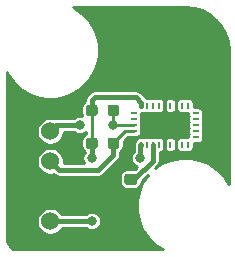
<source format=gbr>
G04 #@! TF.GenerationSoftware,KiCad,Pcbnew,(5.1.4)-1*
G04 #@! TF.CreationDate,2020-11-28T02:07:29-06:00*
G04 #@! TF.ProjectId,NO_Sensor_Breakout,4e4f5f53-656e-4736-9f72-5f427265616b,rev?*
G04 #@! TF.SameCoordinates,Original*
G04 #@! TF.FileFunction,Copper,L1,Top*
G04 #@! TF.FilePolarity,Positive*
%FSLAX46Y46*%
G04 Gerber Fmt 4.6, Leading zero omitted, Abs format (unit mm)*
G04 Created by KiCad (PCBNEW (5.1.4)-1) date 2020-11-28 02:07:29*
%MOMM*%
%LPD*%
G04 APERTURE LIST*
%ADD10R,0.200000X0.500000*%
%ADD11R,0.500000X0.200000*%
%ADD12C,0.700000*%
%ADD13R,1.190000X1.690000*%
%ADD14R,2.050000X1.690000*%
%ADD15C,0.100000*%
%ADD16C,0.950000*%
%ADD17C,1.524000*%
%ADD18C,0.800000*%
%ADD19C,0.381000*%
%ADD20C,0.254000*%
G04 APERTURE END LIST*
D10*
X170218100Y-81140300D03*
X169722800Y-81140300D03*
X169227500Y-81140300D03*
X172694600Y-81140300D03*
X172199300Y-81140300D03*
X173189900Y-81140300D03*
X171704000Y-81140300D03*
X170713400Y-81140300D03*
X171208700Y-81140300D03*
X173189900Y-84442300D03*
X172199300Y-84442300D03*
X172694600Y-84442300D03*
X171704000Y-84442300D03*
X171208700Y-84442300D03*
X170713400Y-84442300D03*
X170218100Y-84442300D03*
D11*
X168605200Y-83820000D03*
X173863000Y-83820000D03*
X173863000Y-83312000D03*
X173863000Y-82804000D03*
X173863000Y-82296000D03*
X173863000Y-81788000D03*
D10*
X169722800Y-84442300D03*
X169227500Y-84442300D03*
D11*
X168605200Y-81788000D03*
X168605200Y-82296000D03*
X168605200Y-82804000D03*
X168605200Y-83312000D03*
D12*
X169926000Y-82423000D03*
X169926000Y-83185000D03*
X170942000Y-83185000D03*
X170942000Y-82423000D03*
X172466000Y-83185000D03*
X172466000Y-82423000D03*
D13*
X172466000Y-82804000D03*
D14*
X170434000Y-82804000D03*
D15*
G36*
X167151279Y-81060144D02*
G01*
X167174334Y-81063563D01*
X167196943Y-81069227D01*
X167218887Y-81077079D01*
X167239957Y-81087044D01*
X167259948Y-81099026D01*
X167278668Y-81112910D01*
X167295938Y-81128562D01*
X167311590Y-81145832D01*
X167325474Y-81164552D01*
X167337456Y-81184543D01*
X167347421Y-81205613D01*
X167355273Y-81227557D01*
X167360937Y-81250166D01*
X167364356Y-81273221D01*
X167365500Y-81296500D01*
X167365500Y-81771500D01*
X167364356Y-81794779D01*
X167360937Y-81817834D01*
X167355273Y-81840443D01*
X167347421Y-81862387D01*
X167337456Y-81883457D01*
X167325474Y-81903448D01*
X167311590Y-81922168D01*
X167295938Y-81939438D01*
X167278668Y-81955090D01*
X167259948Y-81968974D01*
X167239957Y-81980956D01*
X167218887Y-81990921D01*
X167196943Y-81998773D01*
X167174334Y-82004437D01*
X167151279Y-82007856D01*
X167128000Y-82009000D01*
X166628000Y-82009000D01*
X166604721Y-82007856D01*
X166581666Y-82004437D01*
X166559057Y-81998773D01*
X166537113Y-81990921D01*
X166516043Y-81980956D01*
X166496052Y-81968974D01*
X166477332Y-81955090D01*
X166460062Y-81939438D01*
X166444410Y-81922168D01*
X166430526Y-81903448D01*
X166418544Y-81883457D01*
X166408579Y-81862387D01*
X166400727Y-81840443D01*
X166395063Y-81817834D01*
X166391644Y-81794779D01*
X166390500Y-81771500D01*
X166390500Y-81296500D01*
X166391644Y-81273221D01*
X166395063Y-81250166D01*
X166400727Y-81227557D01*
X166408579Y-81205613D01*
X166418544Y-81184543D01*
X166430526Y-81164552D01*
X166444410Y-81145832D01*
X166460062Y-81128562D01*
X166477332Y-81112910D01*
X166496052Y-81099026D01*
X166516043Y-81087044D01*
X166537113Y-81077079D01*
X166559057Y-81069227D01*
X166581666Y-81063563D01*
X166604721Y-81060144D01*
X166628000Y-81059000D01*
X167128000Y-81059000D01*
X167151279Y-81060144D01*
X167151279Y-81060144D01*
G37*
D16*
X166878000Y-81534000D03*
D15*
G36*
X165326279Y-81060144D02*
G01*
X165349334Y-81063563D01*
X165371943Y-81069227D01*
X165393887Y-81077079D01*
X165414957Y-81087044D01*
X165434948Y-81099026D01*
X165453668Y-81112910D01*
X165470938Y-81128562D01*
X165486590Y-81145832D01*
X165500474Y-81164552D01*
X165512456Y-81184543D01*
X165522421Y-81205613D01*
X165530273Y-81227557D01*
X165535937Y-81250166D01*
X165539356Y-81273221D01*
X165540500Y-81296500D01*
X165540500Y-81771500D01*
X165539356Y-81794779D01*
X165535937Y-81817834D01*
X165530273Y-81840443D01*
X165522421Y-81862387D01*
X165512456Y-81883457D01*
X165500474Y-81903448D01*
X165486590Y-81922168D01*
X165470938Y-81939438D01*
X165453668Y-81955090D01*
X165434948Y-81968974D01*
X165414957Y-81980956D01*
X165393887Y-81990921D01*
X165371943Y-81998773D01*
X165349334Y-82004437D01*
X165326279Y-82007856D01*
X165303000Y-82009000D01*
X164803000Y-82009000D01*
X164779721Y-82007856D01*
X164756666Y-82004437D01*
X164734057Y-81998773D01*
X164712113Y-81990921D01*
X164691043Y-81980956D01*
X164671052Y-81968974D01*
X164652332Y-81955090D01*
X164635062Y-81939438D01*
X164619410Y-81922168D01*
X164605526Y-81903448D01*
X164593544Y-81883457D01*
X164583579Y-81862387D01*
X164575727Y-81840443D01*
X164570063Y-81817834D01*
X164566644Y-81794779D01*
X164565500Y-81771500D01*
X164565500Y-81296500D01*
X164566644Y-81273221D01*
X164570063Y-81250166D01*
X164575727Y-81227557D01*
X164583579Y-81205613D01*
X164593544Y-81184543D01*
X164605526Y-81164552D01*
X164619410Y-81145832D01*
X164635062Y-81128562D01*
X164652332Y-81112910D01*
X164671052Y-81099026D01*
X164691043Y-81087044D01*
X164712113Y-81077079D01*
X164734057Y-81069227D01*
X164756666Y-81063563D01*
X164779721Y-81060144D01*
X164803000Y-81059000D01*
X165303000Y-81059000D01*
X165326279Y-81060144D01*
X165326279Y-81060144D01*
G37*
D16*
X165053000Y-81534000D03*
D15*
G36*
X167151279Y-83854144D02*
G01*
X167174334Y-83857563D01*
X167196943Y-83863227D01*
X167218887Y-83871079D01*
X167239957Y-83881044D01*
X167259948Y-83893026D01*
X167278668Y-83906910D01*
X167295938Y-83922562D01*
X167311590Y-83939832D01*
X167325474Y-83958552D01*
X167337456Y-83978543D01*
X167347421Y-83999613D01*
X167355273Y-84021557D01*
X167360937Y-84044166D01*
X167364356Y-84067221D01*
X167365500Y-84090500D01*
X167365500Y-84565500D01*
X167364356Y-84588779D01*
X167360937Y-84611834D01*
X167355273Y-84634443D01*
X167347421Y-84656387D01*
X167337456Y-84677457D01*
X167325474Y-84697448D01*
X167311590Y-84716168D01*
X167295938Y-84733438D01*
X167278668Y-84749090D01*
X167259948Y-84762974D01*
X167239957Y-84774956D01*
X167218887Y-84784921D01*
X167196943Y-84792773D01*
X167174334Y-84798437D01*
X167151279Y-84801856D01*
X167128000Y-84803000D01*
X166628000Y-84803000D01*
X166604721Y-84801856D01*
X166581666Y-84798437D01*
X166559057Y-84792773D01*
X166537113Y-84784921D01*
X166516043Y-84774956D01*
X166496052Y-84762974D01*
X166477332Y-84749090D01*
X166460062Y-84733438D01*
X166444410Y-84716168D01*
X166430526Y-84697448D01*
X166418544Y-84677457D01*
X166408579Y-84656387D01*
X166400727Y-84634443D01*
X166395063Y-84611834D01*
X166391644Y-84588779D01*
X166390500Y-84565500D01*
X166390500Y-84090500D01*
X166391644Y-84067221D01*
X166395063Y-84044166D01*
X166400727Y-84021557D01*
X166408579Y-83999613D01*
X166418544Y-83978543D01*
X166430526Y-83958552D01*
X166444410Y-83939832D01*
X166460062Y-83922562D01*
X166477332Y-83906910D01*
X166496052Y-83893026D01*
X166516043Y-83881044D01*
X166537113Y-83871079D01*
X166559057Y-83863227D01*
X166581666Y-83857563D01*
X166604721Y-83854144D01*
X166628000Y-83853000D01*
X167128000Y-83853000D01*
X167151279Y-83854144D01*
X167151279Y-83854144D01*
G37*
D16*
X166878000Y-84328000D03*
D15*
G36*
X165326279Y-83854144D02*
G01*
X165349334Y-83857563D01*
X165371943Y-83863227D01*
X165393887Y-83871079D01*
X165414957Y-83881044D01*
X165434948Y-83893026D01*
X165453668Y-83906910D01*
X165470938Y-83922562D01*
X165486590Y-83939832D01*
X165500474Y-83958552D01*
X165512456Y-83978543D01*
X165522421Y-83999613D01*
X165530273Y-84021557D01*
X165535937Y-84044166D01*
X165539356Y-84067221D01*
X165540500Y-84090500D01*
X165540500Y-84565500D01*
X165539356Y-84588779D01*
X165535937Y-84611834D01*
X165530273Y-84634443D01*
X165522421Y-84656387D01*
X165512456Y-84677457D01*
X165500474Y-84697448D01*
X165486590Y-84716168D01*
X165470938Y-84733438D01*
X165453668Y-84749090D01*
X165434948Y-84762974D01*
X165414957Y-84774956D01*
X165393887Y-84784921D01*
X165371943Y-84792773D01*
X165349334Y-84798437D01*
X165326279Y-84801856D01*
X165303000Y-84803000D01*
X164803000Y-84803000D01*
X164779721Y-84801856D01*
X164756666Y-84798437D01*
X164734057Y-84792773D01*
X164712113Y-84784921D01*
X164691043Y-84774956D01*
X164671052Y-84762974D01*
X164652332Y-84749090D01*
X164635062Y-84733438D01*
X164619410Y-84716168D01*
X164605526Y-84697448D01*
X164593544Y-84677457D01*
X164583579Y-84656387D01*
X164575727Y-84634443D01*
X164570063Y-84611834D01*
X164566644Y-84588779D01*
X164565500Y-84565500D01*
X164565500Y-84090500D01*
X164566644Y-84067221D01*
X164570063Y-84044166D01*
X164575727Y-84021557D01*
X164583579Y-83999613D01*
X164593544Y-83978543D01*
X164605526Y-83958552D01*
X164619410Y-83939832D01*
X164635062Y-83922562D01*
X164652332Y-83906910D01*
X164671052Y-83893026D01*
X164691043Y-83881044D01*
X164712113Y-83871079D01*
X164734057Y-83863227D01*
X164756666Y-83857563D01*
X164779721Y-83854144D01*
X164803000Y-83853000D01*
X165303000Y-83853000D01*
X165326279Y-83854144D01*
X165326279Y-83854144D01*
G37*
D16*
X165053000Y-84328000D03*
D17*
X161544000Y-83312000D03*
X161544000Y-83312000D03*
X161544000Y-85852000D03*
X161544000Y-88392000D03*
X161544000Y-90932000D03*
D15*
G36*
X166947279Y-86902144D02*
G01*
X166970334Y-86905563D01*
X166992943Y-86911227D01*
X167014887Y-86919079D01*
X167035957Y-86929044D01*
X167055948Y-86941026D01*
X167074668Y-86954910D01*
X167091938Y-86970562D01*
X167107590Y-86987832D01*
X167121474Y-87006552D01*
X167133456Y-87026543D01*
X167143421Y-87047613D01*
X167151273Y-87069557D01*
X167156937Y-87092166D01*
X167160356Y-87115221D01*
X167161500Y-87138500D01*
X167161500Y-87613500D01*
X167160356Y-87636779D01*
X167156937Y-87659834D01*
X167151273Y-87682443D01*
X167143421Y-87704387D01*
X167133456Y-87725457D01*
X167121474Y-87745448D01*
X167107590Y-87764168D01*
X167091938Y-87781438D01*
X167074668Y-87797090D01*
X167055948Y-87810974D01*
X167035957Y-87822956D01*
X167014887Y-87832921D01*
X166992943Y-87840773D01*
X166970334Y-87846437D01*
X166947279Y-87849856D01*
X166924000Y-87851000D01*
X166324000Y-87851000D01*
X166300721Y-87849856D01*
X166277666Y-87846437D01*
X166255057Y-87840773D01*
X166233113Y-87832921D01*
X166212043Y-87822956D01*
X166192052Y-87810974D01*
X166173332Y-87797090D01*
X166156062Y-87781438D01*
X166140410Y-87764168D01*
X166126526Y-87745448D01*
X166114544Y-87725457D01*
X166104579Y-87704387D01*
X166096727Y-87682443D01*
X166091063Y-87659834D01*
X166087644Y-87636779D01*
X166086500Y-87613500D01*
X166086500Y-87138500D01*
X166087644Y-87115221D01*
X166091063Y-87092166D01*
X166096727Y-87069557D01*
X166104579Y-87047613D01*
X166114544Y-87026543D01*
X166126526Y-87006552D01*
X166140410Y-86987832D01*
X166156062Y-86970562D01*
X166173332Y-86954910D01*
X166192052Y-86941026D01*
X166212043Y-86929044D01*
X166233113Y-86919079D01*
X166255057Y-86911227D01*
X166277666Y-86905563D01*
X166300721Y-86902144D01*
X166324000Y-86901000D01*
X166924000Y-86901000D01*
X166947279Y-86902144D01*
X166947279Y-86902144D01*
G37*
D16*
X166624000Y-87376000D03*
D15*
G36*
X168672279Y-86902144D02*
G01*
X168695334Y-86905563D01*
X168717943Y-86911227D01*
X168739887Y-86919079D01*
X168760957Y-86929044D01*
X168780948Y-86941026D01*
X168799668Y-86954910D01*
X168816938Y-86970562D01*
X168832590Y-86987832D01*
X168846474Y-87006552D01*
X168858456Y-87026543D01*
X168868421Y-87047613D01*
X168876273Y-87069557D01*
X168881937Y-87092166D01*
X168885356Y-87115221D01*
X168886500Y-87138500D01*
X168886500Y-87613500D01*
X168885356Y-87636779D01*
X168881937Y-87659834D01*
X168876273Y-87682443D01*
X168868421Y-87704387D01*
X168858456Y-87725457D01*
X168846474Y-87745448D01*
X168832590Y-87764168D01*
X168816938Y-87781438D01*
X168799668Y-87797090D01*
X168780948Y-87810974D01*
X168760957Y-87822956D01*
X168739887Y-87832921D01*
X168717943Y-87840773D01*
X168695334Y-87846437D01*
X168672279Y-87849856D01*
X168649000Y-87851000D01*
X168049000Y-87851000D01*
X168025721Y-87849856D01*
X168002666Y-87846437D01*
X167980057Y-87840773D01*
X167958113Y-87832921D01*
X167937043Y-87822956D01*
X167917052Y-87810974D01*
X167898332Y-87797090D01*
X167881062Y-87781438D01*
X167865410Y-87764168D01*
X167851526Y-87745448D01*
X167839544Y-87725457D01*
X167829579Y-87704387D01*
X167821727Y-87682443D01*
X167816063Y-87659834D01*
X167812644Y-87636779D01*
X167811500Y-87613500D01*
X167811500Y-87138500D01*
X167812644Y-87115221D01*
X167816063Y-87092166D01*
X167821727Y-87069557D01*
X167829579Y-87047613D01*
X167839544Y-87026543D01*
X167851526Y-87006552D01*
X167865410Y-86987832D01*
X167881062Y-86970562D01*
X167898332Y-86954910D01*
X167917052Y-86941026D01*
X167937043Y-86929044D01*
X167958113Y-86919079D01*
X167980057Y-86911227D01*
X168002666Y-86905563D01*
X168025721Y-86902144D01*
X168049000Y-86901000D01*
X168649000Y-86901000D01*
X168672279Y-86902144D01*
X168672279Y-86902144D01*
G37*
D16*
X168349000Y-87376000D03*
D18*
X166116000Y-88900000D03*
X163576000Y-88900000D03*
X176022000Y-86106000D03*
X171196000Y-80010000D03*
X175260000Y-80010000D03*
X171196000Y-85344000D03*
X166878000Y-82804000D03*
X164033200Y-82804000D03*
X165049200Y-85598000D03*
X165049200Y-90932000D03*
X169164000Y-85598000D03*
D19*
X170218100Y-84442300D02*
X170218100Y-85813900D01*
X168656000Y-87376000D02*
X168349000Y-87376000D01*
X170218100Y-85813900D02*
X168656000Y-87376000D01*
D20*
X166878000Y-81534000D02*
X166878000Y-82804000D01*
D19*
X162052000Y-82804000D02*
X161544000Y-83312000D01*
X164033200Y-82804000D02*
X162052000Y-82804000D01*
D20*
X166878000Y-82804000D02*
X168605200Y-82804000D01*
X167894000Y-83312000D02*
X166878000Y-84328000D01*
X168605200Y-83312000D02*
X167894000Y-83312000D01*
D19*
X166878000Y-84328000D02*
X166878000Y-85344000D01*
X166878000Y-85344000D02*
X165608000Y-86614000D01*
X162306000Y-86614000D02*
X161544000Y-85852000D01*
X165608000Y-86614000D02*
X162306000Y-86614000D01*
D20*
X165053000Y-84328000D02*
X165053000Y-81534000D01*
D19*
X165049200Y-90932000D02*
X161544000Y-90932000D01*
X165049200Y-84331800D02*
X165053000Y-84328000D01*
X165049200Y-85598000D02*
X165049200Y-84331800D01*
X169164000Y-84505800D02*
X169227500Y-84442300D01*
X169164000Y-85598000D02*
X169164000Y-84505800D01*
X165053000Y-80666600D02*
X165053000Y-81534000D01*
X165303200Y-80416400D02*
X165053000Y-80666600D01*
X168757600Y-80416400D02*
X165303200Y-80416400D01*
X169227500Y-81140300D02*
X169227500Y-80886300D01*
X169227500Y-80886300D02*
X168757600Y-80416400D01*
D20*
G36*
X173684128Y-72867575D02*
G01*
X174367215Y-73073811D01*
X174997230Y-73408796D01*
X175550180Y-73859772D01*
X176005008Y-74409564D01*
X176344380Y-75037220D01*
X176555379Y-75718847D01*
X176631975Y-76447609D01*
X176632001Y-76455129D01*
X176632000Y-87778855D01*
X176607550Y-87719827D01*
X176158833Y-87048275D01*
X175587725Y-86477167D01*
X174916173Y-86028450D01*
X174169984Y-85719368D01*
X173377834Y-85561800D01*
X172570166Y-85561800D01*
X171778016Y-85719368D01*
X171031827Y-86028450D01*
X170368656Y-86471567D01*
X170602357Y-86237866D01*
X170624167Y-86219967D01*
X170695584Y-86132945D01*
X170748652Y-86033662D01*
X170781331Y-85925934D01*
X170783173Y-85907231D01*
X170792365Y-85813901D01*
X170789600Y-85785827D01*
X170789600Y-85075143D01*
X170813400Y-85075143D01*
X170888089Y-85067787D01*
X170959908Y-85046001D01*
X171026096Y-85010622D01*
X171084111Y-84963011D01*
X171131722Y-84904996D01*
X171167101Y-84838808D01*
X171188887Y-84766989D01*
X171196243Y-84692300D01*
X171196243Y-84192300D01*
X171221157Y-84192300D01*
X171221157Y-84692300D01*
X171228513Y-84766989D01*
X171250299Y-84838808D01*
X171285678Y-84904996D01*
X171333289Y-84963011D01*
X171391304Y-85010622D01*
X171457492Y-85046001D01*
X171529311Y-85067787D01*
X171604000Y-85075143D01*
X171804000Y-85075143D01*
X171878689Y-85067787D01*
X171950508Y-85046001D01*
X172016696Y-85010622D01*
X172074711Y-84963011D01*
X172122322Y-84904996D01*
X172157701Y-84838808D01*
X172179487Y-84766989D01*
X172186843Y-84692300D01*
X172186843Y-84192300D01*
X172179487Y-84117611D01*
X172157701Y-84045792D01*
X172122322Y-83979604D01*
X172074711Y-83921589D01*
X172016696Y-83873978D01*
X171950508Y-83838599D01*
X171878689Y-83816813D01*
X171804000Y-83809457D01*
X171604000Y-83809457D01*
X171529311Y-83816813D01*
X171457492Y-83838599D01*
X171391304Y-83873978D01*
X171333289Y-83921589D01*
X171285678Y-83979604D01*
X171250299Y-84045792D01*
X171228513Y-84117611D01*
X171221157Y-84192300D01*
X171196243Y-84192300D01*
X171188887Y-84117611D01*
X171167101Y-84045792D01*
X171131722Y-83979604D01*
X171084111Y-83921589D01*
X171026096Y-83873978D01*
X170959908Y-83838599D01*
X170888089Y-83816813D01*
X170813400Y-83809457D01*
X170613400Y-83809457D01*
X170538711Y-83816813D01*
X170466892Y-83838599D01*
X170465750Y-83839209D01*
X170464608Y-83838599D01*
X170392789Y-83816813D01*
X170318100Y-83809457D01*
X170118100Y-83809457D01*
X170043411Y-83816813D01*
X169971592Y-83838599D01*
X169970450Y-83839209D01*
X169969308Y-83838599D01*
X169897489Y-83816813D01*
X169822800Y-83809457D01*
X169622800Y-83809457D01*
X169548111Y-83816813D01*
X169476292Y-83838599D01*
X169475150Y-83839209D01*
X169474008Y-83838599D01*
X169402189Y-83816813D01*
X169327500Y-83809457D01*
X169127500Y-83809457D01*
X169052811Y-83816813D01*
X168980992Y-83838599D01*
X168914804Y-83873978D01*
X168856789Y-83921589D01*
X168809178Y-83979604D01*
X168773799Y-84045792D01*
X168757144Y-84100695D01*
X168730914Y-84132657D01*
X168686516Y-84186756D01*
X168633448Y-84286039D01*
X168600769Y-84393767D01*
X168589735Y-84505800D01*
X168592501Y-84533884D01*
X168592500Y-85064999D01*
X168557358Y-85100141D01*
X168471887Y-85228058D01*
X168413013Y-85370191D01*
X168383000Y-85521078D01*
X168383000Y-85674922D01*
X168413013Y-85825809D01*
X168471887Y-85967942D01*
X168557358Y-86095859D01*
X168666141Y-86204642D01*
X168794058Y-86290113D01*
X168892774Y-86331003D01*
X168700544Y-86523234D01*
X168649000Y-86518157D01*
X168049000Y-86518157D01*
X167927977Y-86530077D01*
X167811605Y-86565378D01*
X167704356Y-86622704D01*
X167610351Y-86699851D01*
X167533204Y-86793856D01*
X167475878Y-86901105D01*
X167440577Y-87017477D01*
X167428657Y-87138500D01*
X167428657Y-87613500D01*
X167440577Y-87734523D01*
X167475878Y-87850895D01*
X167533204Y-87958144D01*
X167610351Y-88052149D01*
X167704356Y-88129296D01*
X167811605Y-88186622D01*
X167927977Y-88221923D01*
X168049000Y-88233843D01*
X168649000Y-88233843D01*
X168770023Y-88221923D01*
X168886395Y-88186622D01*
X168993644Y-88129296D01*
X169087649Y-88052149D01*
X169164796Y-87958144D01*
X169222122Y-87850895D01*
X169257423Y-87734523D01*
X169269343Y-87613500D01*
X169269343Y-87570879D01*
X169783568Y-87056654D01*
X169340450Y-87719827D01*
X169031368Y-88466016D01*
X168873800Y-89258166D01*
X168873800Y-90065834D01*
X169031368Y-90857984D01*
X169340450Y-91604173D01*
X169789167Y-92275725D01*
X170360275Y-92846833D01*
X171031827Y-93295550D01*
X171090854Y-93320000D01*
X158769854Y-93320000D01*
X158582559Y-93301636D01*
X158421497Y-93253008D01*
X158272949Y-93174023D01*
X158142570Y-93067689D01*
X158035326Y-92938054D01*
X157955305Y-92790058D01*
X157905554Y-92629339D01*
X157886000Y-92443293D01*
X157886000Y-90819424D01*
X160401000Y-90819424D01*
X160401000Y-91044576D01*
X160444925Y-91265401D01*
X160531087Y-91473413D01*
X160656174Y-91660620D01*
X160815380Y-91819826D01*
X161002587Y-91944913D01*
X161210599Y-92031075D01*
X161431424Y-92075000D01*
X161656576Y-92075000D01*
X161877401Y-92031075D01*
X162085413Y-91944913D01*
X162272620Y-91819826D01*
X162431826Y-91660620D01*
X162536810Y-91503500D01*
X164516199Y-91503500D01*
X164551341Y-91538642D01*
X164679258Y-91624113D01*
X164821391Y-91682987D01*
X164972278Y-91713000D01*
X165126122Y-91713000D01*
X165277009Y-91682987D01*
X165419142Y-91624113D01*
X165547059Y-91538642D01*
X165655842Y-91429859D01*
X165741313Y-91301942D01*
X165800187Y-91159809D01*
X165830200Y-91008922D01*
X165830200Y-90855078D01*
X165800187Y-90704191D01*
X165741313Y-90562058D01*
X165655842Y-90434141D01*
X165547059Y-90325358D01*
X165419142Y-90239887D01*
X165277009Y-90181013D01*
X165126122Y-90151000D01*
X164972278Y-90151000D01*
X164821391Y-90181013D01*
X164679258Y-90239887D01*
X164551341Y-90325358D01*
X164516199Y-90360500D01*
X162536810Y-90360500D01*
X162431826Y-90203380D01*
X162272620Y-90044174D01*
X162085413Y-89919087D01*
X161877401Y-89832925D01*
X161656576Y-89789000D01*
X161431424Y-89789000D01*
X161210599Y-89832925D01*
X161002587Y-89919087D01*
X160815380Y-90044174D01*
X160656174Y-90203380D01*
X160531087Y-90390587D01*
X160444925Y-90598599D01*
X160401000Y-90819424D01*
X157886000Y-90819424D01*
X157886000Y-83199424D01*
X160401000Y-83199424D01*
X160401000Y-83424576D01*
X160444925Y-83645401D01*
X160531087Y-83853413D01*
X160656174Y-84040620D01*
X160815380Y-84199826D01*
X161002587Y-84324913D01*
X161210599Y-84411075D01*
X161431424Y-84455000D01*
X161656576Y-84455000D01*
X161877401Y-84411075D01*
X162085413Y-84324913D01*
X162272620Y-84199826D01*
X162431826Y-84040620D01*
X162556913Y-83853413D01*
X162643075Y-83645401D01*
X162687000Y-83424576D01*
X162687000Y-83375500D01*
X163500199Y-83375500D01*
X163535341Y-83410642D01*
X163663258Y-83496113D01*
X163805391Y-83554987D01*
X163956278Y-83585000D01*
X164110122Y-83585000D01*
X164261009Y-83554987D01*
X164403142Y-83496113D01*
X164531059Y-83410642D01*
X164545000Y-83396701D01*
X164545000Y-83528391D01*
X164458356Y-83574704D01*
X164364351Y-83651851D01*
X164287204Y-83745856D01*
X164229878Y-83853105D01*
X164194577Y-83969477D01*
X164182657Y-84090500D01*
X164182657Y-84565500D01*
X164194577Y-84686523D01*
X164229878Y-84802895D01*
X164287204Y-84910144D01*
X164364351Y-85004149D01*
X164458356Y-85081296D01*
X164460342Y-85082357D01*
X164442558Y-85100141D01*
X164357087Y-85228058D01*
X164298213Y-85370191D01*
X164268200Y-85521078D01*
X164268200Y-85674922D01*
X164298213Y-85825809D01*
X164357087Y-85967942D01*
X164406905Y-86042500D01*
X162671500Y-86042500D01*
X162687000Y-85964576D01*
X162687000Y-85739424D01*
X162643075Y-85518599D01*
X162556913Y-85310587D01*
X162431826Y-85123380D01*
X162272620Y-84964174D01*
X162085413Y-84839087D01*
X161877401Y-84752925D01*
X161656576Y-84709000D01*
X161431424Y-84709000D01*
X161210599Y-84752925D01*
X161002587Y-84839087D01*
X160815380Y-84964174D01*
X160656174Y-85123380D01*
X160531087Y-85310587D01*
X160444925Y-85518599D01*
X160401000Y-85739424D01*
X160401000Y-85964576D01*
X160444925Y-86185401D01*
X160531087Y-86393413D01*
X160656174Y-86580620D01*
X160815380Y-86739826D01*
X161002587Y-86864913D01*
X161210599Y-86951075D01*
X161431424Y-86995000D01*
X161656576Y-86995000D01*
X161841911Y-86958134D01*
X161882038Y-86998262D01*
X161899933Y-87020067D01*
X161921737Y-87037961D01*
X161921739Y-87037963D01*
X161986955Y-87091484D01*
X162086238Y-87144552D01*
X162193966Y-87177231D01*
X162306000Y-87188265D01*
X162334074Y-87185500D01*
X165579926Y-87185500D01*
X165608000Y-87188265D01*
X165636074Y-87185500D01*
X165720034Y-87177231D01*
X165827762Y-87144552D01*
X165927045Y-87091484D01*
X166014067Y-87020067D01*
X166031970Y-86998252D01*
X167262257Y-85767966D01*
X167284067Y-85750067D01*
X167355484Y-85663045D01*
X167408552Y-85563762D01*
X167441231Y-85456034D01*
X167449500Y-85372074D01*
X167449500Y-85372073D01*
X167452265Y-85344001D01*
X167449500Y-85315929D01*
X167449500Y-85093667D01*
X167472644Y-85081296D01*
X167566649Y-85004149D01*
X167643796Y-84910144D01*
X167701122Y-84802895D01*
X167736423Y-84686523D01*
X167748343Y-84565500D01*
X167748343Y-84176078D01*
X168104421Y-83820000D01*
X168630147Y-83820000D01*
X168704785Y-83812649D01*
X168763483Y-83794843D01*
X168855200Y-83794843D01*
X168929889Y-83787487D01*
X169001708Y-83765701D01*
X169067896Y-83730322D01*
X169125911Y-83682711D01*
X169173522Y-83624696D01*
X169208901Y-83558508D01*
X169230687Y-83486689D01*
X169238043Y-83412000D01*
X169238043Y-83212000D01*
X169230687Y-83137311D01*
X169208901Y-83065492D01*
X169204896Y-83058000D01*
X169208901Y-83050508D01*
X169230687Y-82978689D01*
X169238043Y-82904000D01*
X169238043Y-82704000D01*
X169230687Y-82629311D01*
X169208901Y-82557492D01*
X169204896Y-82550000D01*
X169208901Y-82542508D01*
X169230687Y-82470689D01*
X169238043Y-82396000D01*
X169238043Y-82196000D01*
X169230687Y-82121311D01*
X169208901Y-82049492D01*
X169204896Y-82042000D01*
X169208901Y-82034508D01*
X169230687Y-81962689D01*
X169238043Y-81888000D01*
X169238043Y-81773143D01*
X169327500Y-81773143D01*
X169402189Y-81765787D01*
X169474008Y-81744001D01*
X169475150Y-81743391D01*
X169476292Y-81744001D01*
X169548111Y-81765787D01*
X169622800Y-81773143D01*
X169822800Y-81773143D01*
X169897489Y-81765787D01*
X169969308Y-81744001D01*
X169970450Y-81743391D01*
X169971592Y-81744001D01*
X170043411Y-81765787D01*
X170118100Y-81773143D01*
X170318100Y-81773143D01*
X170392789Y-81765787D01*
X170464608Y-81744001D01*
X170465750Y-81743391D01*
X170466892Y-81744001D01*
X170538711Y-81765787D01*
X170613400Y-81773143D01*
X170813400Y-81773143D01*
X170888089Y-81765787D01*
X170959908Y-81744001D01*
X171026096Y-81708622D01*
X171084111Y-81661011D01*
X171131722Y-81602996D01*
X171167101Y-81536808D01*
X171188887Y-81464989D01*
X171196243Y-81390300D01*
X171196243Y-80890300D01*
X171221157Y-80890300D01*
X171221157Y-81390300D01*
X171228513Y-81464989D01*
X171250299Y-81536808D01*
X171285678Y-81602996D01*
X171333289Y-81661011D01*
X171391304Y-81708622D01*
X171457492Y-81744001D01*
X171529311Y-81765787D01*
X171604000Y-81773143D01*
X171804000Y-81773143D01*
X171878689Y-81765787D01*
X171950508Y-81744001D01*
X172016696Y-81708622D01*
X172074711Y-81661011D01*
X172122322Y-81602996D01*
X172157701Y-81536808D01*
X172179487Y-81464989D01*
X172186843Y-81390300D01*
X172186843Y-80890300D01*
X172211757Y-80890300D01*
X172211757Y-81390300D01*
X172219113Y-81464989D01*
X172240899Y-81536808D01*
X172276278Y-81602996D01*
X172323889Y-81661011D01*
X172381904Y-81708622D01*
X172448092Y-81744001D01*
X172519911Y-81765787D01*
X172594600Y-81773143D01*
X172794600Y-81773143D01*
X172869289Y-81765787D01*
X172941108Y-81744001D01*
X172942250Y-81743391D01*
X172943392Y-81744001D01*
X173015211Y-81765787D01*
X173089900Y-81773143D01*
X173230157Y-81773143D01*
X173230157Y-81888000D01*
X173237513Y-81962689D01*
X173259299Y-82034508D01*
X173263304Y-82042000D01*
X173259299Y-82049492D01*
X173237513Y-82121311D01*
X173230157Y-82196000D01*
X173230157Y-82396000D01*
X173237513Y-82470689D01*
X173259299Y-82542508D01*
X173263304Y-82550000D01*
X173259299Y-82557492D01*
X173237513Y-82629311D01*
X173230157Y-82704000D01*
X173230157Y-82904000D01*
X173237513Y-82978689D01*
X173259299Y-83050508D01*
X173263304Y-83058000D01*
X173259299Y-83065492D01*
X173237513Y-83137311D01*
X173230157Y-83212000D01*
X173230157Y-83412000D01*
X173237513Y-83486689D01*
X173259299Y-83558508D01*
X173263304Y-83566000D01*
X173259299Y-83573492D01*
X173237513Y-83645311D01*
X173230157Y-83720000D01*
X173230157Y-83809457D01*
X173089900Y-83809457D01*
X173015211Y-83816813D01*
X172943392Y-83838599D01*
X172942250Y-83839209D01*
X172941108Y-83838599D01*
X172869289Y-83816813D01*
X172794600Y-83809457D01*
X172594600Y-83809457D01*
X172519911Y-83816813D01*
X172448092Y-83838599D01*
X172381904Y-83873978D01*
X172323889Y-83921589D01*
X172276278Y-83979604D01*
X172240899Y-84045792D01*
X172219113Y-84117611D01*
X172211757Y-84192300D01*
X172211757Y-84692300D01*
X172219113Y-84766989D01*
X172240899Y-84838808D01*
X172276278Y-84904996D01*
X172323889Y-84963011D01*
X172381904Y-85010622D01*
X172448092Y-85046001D01*
X172519911Y-85067787D01*
X172594600Y-85075143D01*
X172794600Y-85075143D01*
X172869289Y-85067787D01*
X172941108Y-85046001D01*
X172942250Y-85045391D01*
X172943392Y-85046001D01*
X173015211Y-85067787D01*
X173089900Y-85075143D01*
X173289900Y-85075143D01*
X173364589Y-85067787D01*
X173436408Y-85046001D01*
X173502596Y-85010622D01*
X173560611Y-84963011D01*
X173608222Y-84904996D01*
X173643601Y-84838808D01*
X173665387Y-84766989D01*
X173672743Y-84692300D01*
X173672743Y-84302843D01*
X174113000Y-84302843D01*
X174187689Y-84295487D01*
X174259508Y-84273701D01*
X174325696Y-84238322D01*
X174383711Y-84190711D01*
X174431322Y-84132696D01*
X174466701Y-84066508D01*
X174488487Y-83994689D01*
X174495843Y-83920000D01*
X174495843Y-83720000D01*
X174488487Y-83645311D01*
X174466701Y-83573492D01*
X174462696Y-83566000D01*
X174466701Y-83558508D01*
X174488487Y-83486689D01*
X174495843Y-83412000D01*
X174495843Y-83212000D01*
X174488487Y-83137311D01*
X174466701Y-83065492D01*
X174462696Y-83058000D01*
X174466701Y-83050508D01*
X174488487Y-82978689D01*
X174495843Y-82904000D01*
X174495843Y-82704000D01*
X174488487Y-82629311D01*
X174466701Y-82557492D01*
X174462696Y-82550000D01*
X174466701Y-82542508D01*
X174488487Y-82470689D01*
X174495843Y-82396000D01*
X174495843Y-82196000D01*
X174488487Y-82121311D01*
X174466701Y-82049492D01*
X174462696Y-82042000D01*
X174466701Y-82034508D01*
X174488487Y-81962689D01*
X174495843Y-81888000D01*
X174495843Y-81688000D01*
X174488487Y-81613311D01*
X174466701Y-81541492D01*
X174431322Y-81475304D01*
X174383711Y-81417289D01*
X174325696Y-81369678D01*
X174259508Y-81334299D01*
X174187689Y-81312513D01*
X174113000Y-81305157D01*
X173672743Y-81305157D01*
X173672743Y-80890300D01*
X173665387Y-80815611D01*
X173643601Y-80743792D01*
X173608222Y-80677604D01*
X173560611Y-80619589D01*
X173502596Y-80571978D01*
X173436408Y-80536599D01*
X173364589Y-80514813D01*
X173289900Y-80507457D01*
X173089900Y-80507457D01*
X173015211Y-80514813D01*
X172943392Y-80536599D01*
X172942250Y-80537209D01*
X172941108Y-80536599D01*
X172869289Y-80514813D01*
X172794600Y-80507457D01*
X172594600Y-80507457D01*
X172519911Y-80514813D01*
X172448092Y-80536599D01*
X172381904Y-80571978D01*
X172323889Y-80619589D01*
X172276278Y-80677604D01*
X172240899Y-80743792D01*
X172219113Y-80815611D01*
X172211757Y-80890300D01*
X172186843Y-80890300D01*
X172179487Y-80815611D01*
X172157701Y-80743792D01*
X172122322Y-80677604D01*
X172074711Y-80619589D01*
X172016696Y-80571978D01*
X171950508Y-80536599D01*
X171878689Y-80514813D01*
X171804000Y-80507457D01*
X171604000Y-80507457D01*
X171529311Y-80514813D01*
X171457492Y-80536599D01*
X171391304Y-80571978D01*
X171333289Y-80619589D01*
X171285678Y-80677604D01*
X171250299Y-80743792D01*
X171228513Y-80815611D01*
X171221157Y-80890300D01*
X171196243Y-80890300D01*
X171188887Y-80815611D01*
X171167101Y-80743792D01*
X171131722Y-80677604D01*
X171084111Y-80619589D01*
X171026096Y-80571978D01*
X170959908Y-80536599D01*
X170888089Y-80514813D01*
X170813400Y-80507457D01*
X170613400Y-80507457D01*
X170538711Y-80514813D01*
X170466892Y-80536599D01*
X170465750Y-80537209D01*
X170464608Y-80536599D01*
X170392789Y-80514813D01*
X170318100Y-80507457D01*
X170118100Y-80507457D01*
X170043411Y-80514813D01*
X169971592Y-80536599D01*
X169970450Y-80537209D01*
X169969308Y-80536599D01*
X169897489Y-80514813D01*
X169822800Y-80507457D01*
X169655909Y-80507457D01*
X169633567Y-80480233D01*
X169611757Y-80462334D01*
X169181570Y-80032148D01*
X169163667Y-80010333D01*
X169076645Y-79938916D01*
X168977362Y-79885848D01*
X168869634Y-79853169D01*
X168785674Y-79844900D01*
X168757600Y-79842135D01*
X168729526Y-79844900D01*
X165331271Y-79844900D01*
X165303199Y-79842135D01*
X165275127Y-79844900D01*
X165275126Y-79844900D01*
X165191166Y-79853169D01*
X165083438Y-79885848D01*
X164984155Y-79938916D01*
X164897133Y-80010333D01*
X164879230Y-80032148D01*
X164668748Y-80242630D01*
X164646933Y-80260533D01*
X164595612Y-80323069D01*
X164575516Y-80347556D01*
X164522448Y-80446839D01*
X164489769Y-80554567D01*
X164478735Y-80666600D01*
X164481500Y-80694674D01*
X164481500Y-80768333D01*
X164458356Y-80780704D01*
X164364351Y-80857851D01*
X164287204Y-80951856D01*
X164229878Y-81059105D01*
X164194577Y-81175477D01*
X164182657Y-81296500D01*
X164182657Y-81771500D01*
X164194577Y-81892523D01*
X164229878Y-82008895D01*
X164252562Y-82051333D01*
X164110122Y-82023000D01*
X163956278Y-82023000D01*
X163805391Y-82053013D01*
X163663258Y-82111887D01*
X163535341Y-82197358D01*
X163500199Y-82232500D01*
X162080071Y-82232500D01*
X162051999Y-82229735D01*
X162023927Y-82232500D01*
X162023926Y-82232500D01*
X161943728Y-82240399D01*
X161877401Y-82212925D01*
X161656576Y-82169000D01*
X161431424Y-82169000D01*
X161210599Y-82212925D01*
X161002587Y-82299087D01*
X160815380Y-82424174D01*
X160656174Y-82583380D01*
X160531087Y-82770587D01*
X160444925Y-82978599D01*
X160401000Y-83199424D01*
X157886000Y-83199424D01*
X157886000Y-78337146D01*
X157910450Y-78396173D01*
X158359167Y-79067725D01*
X158930275Y-79638833D01*
X159601827Y-80087550D01*
X160348016Y-80396632D01*
X161140166Y-80554200D01*
X161947834Y-80554200D01*
X162739984Y-80396632D01*
X163486173Y-80087550D01*
X164157725Y-79638833D01*
X164728833Y-79067725D01*
X165177550Y-78396173D01*
X165486632Y-77649984D01*
X165644200Y-76857834D01*
X165644200Y-76050166D01*
X165486632Y-75258016D01*
X165177550Y-74511827D01*
X164728833Y-73840275D01*
X164157725Y-73269167D01*
X163486173Y-72820450D01*
X163427146Y-72796000D01*
X172954146Y-72796000D01*
X173684128Y-72867575D01*
X173684128Y-72867575D01*
G37*
X173684128Y-72867575D02*
X174367215Y-73073811D01*
X174997230Y-73408796D01*
X175550180Y-73859772D01*
X176005008Y-74409564D01*
X176344380Y-75037220D01*
X176555379Y-75718847D01*
X176631975Y-76447609D01*
X176632001Y-76455129D01*
X176632000Y-87778855D01*
X176607550Y-87719827D01*
X176158833Y-87048275D01*
X175587725Y-86477167D01*
X174916173Y-86028450D01*
X174169984Y-85719368D01*
X173377834Y-85561800D01*
X172570166Y-85561800D01*
X171778016Y-85719368D01*
X171031827Y-86028450D01*
X170368656Y-86471567D01*
X170602357Y-86237866D01*
X170624167Y-86219967D01*
X170695584Y-86132945D01*
X170748652Y-86033662D01*
X170781331Y-85925934D01*
X170783173Y-85907231D01*
X170792365Y-85813901D01*
X170789600Y-85785827D01*
X170789600Y-85075143D01*
X170813400Y-85075143D01*
X170888089Y-85067787D01*
X170959908Y-85046001D01*
X171026096Y-85010622D01*
X171084111Y-84963011D01*
X171131722Y-84904996D01*
X171167101Y-84838808D01*
X171188887Y-84766989D01*
X171196243Y-84692300D01*
X171196243Y-84192300D01*
X171221157Y-84192300D01*
X171221157Y-84692300D01*
X171228513Y-84766989D01*
X171250299Y-84838808D01*
X171285678Y-84904996D01*
X171333289Y-84963011D01*
X171391304Y-85010622D01*
X171457492Y-85046001D01*
X171529311Y-85067787D01*
X171604000Y-85075143D01*
X171804000Y-85075143D01*
X171878689Y-85067787D01*
X171950508Y-85046001D01*
X172016696Y-85010622D01*
X172074711Y-84963011D01*
X172122322Y-84904996D01*
X172157701Y-84838808D01*
X172179487Y-84766989D01*
X172186843Y-84692300D01*
X172186843Y-84192300D01*
X172179487Y-84117611D01*
X172157701Y-84045792D01*
X172122322Y-83979604D01*
X172074711Y-83921589D01*
X172016696Y-83873978D01*
X171950508Y-83838599D01*
X171878689Y-83816813D01*
X171804000Y-83809457D01*
X171604000Y-83809457D01*
X171529311Y-83816813D01*
X171457492Y-83838599D01*
X171391304Y-83873978D01*
X171333289Y-83921589D01*
X171285678Y-83979604D01*
X171250299Y-84045792D01*
X171228513Y-84117611D01*
X171221157Y-84192300D01*
X171196243Y-84192300D01*
X171188887Y-84117611D01*
X171167101Y-84045792D01*
X171131722Y-83979604D01*
X171084111Y-83921589D01*
X171026096Y-83873978D01*
X170959908Y-83838599D01*
X170888089Y-83816813D01*
X170813400Y-83809457D01*
X170613400Y-83809457D01*
X170538711Y-83816813D01*
X170466892Y-83838599D01*
X170465750Y-83839209D01*
X170464608Y-83838599D01*
X170392789Y-83816813D01*
X170318100Y-83809457D01*
X170118100Y-83809457D01*
X170043411Y-83816813D01*
X169971592Y-83838599D01*
X169970450Y-83839209D01*
X169969308Y-83838599D01*
X169897489Y-83816813D01*
X169822800Y-83809457D01*
X169622800Y-83809457D01*
X169548111Y-83816813D01*
X169476292Y-83838599D01*
X169475150Y-83839209D01*
X169474008Y-83838599D01*
X169402189Y-83816813D01*
X169327500Y-83809457D01*
X169127500Y-83809457D01*
X169052811Y-83816813D01*
X168980992Y-83838599D01*
X168914804Y-83873978D01*
X168856789Y-83921589D01*
X168809178Y-83979604D01*
X168773799Y-84045792D01*
X168757144Y-84100695D01*
X168730914Y-84132657D01*
X168686516Y-84186756D01*
X168633448Y-84286039D01*
X168600769Y-84393767D01*
X168589735Y-84505800D01*
X168592501Y-84533884D01*
X168592500Y-85064999D01*
X168557358Y-85100141D01*
X168471887Y-85228058D01*
X168413013Y-85370191D01*
X168383000Y-85521078D01*
X168383000Y-85674922D01*
X168413013Y-85825809D01*
X168471887Y-85967942D01*
X168557358Y-86095859D01*
X168666141Y-86204642D01*
X168794058Y-86290113D01*
X168892774Y-86331003D01*
X168700544Y-86523234D01*
X168649000Y-86518157D01*
X168049000Y-86518157D01*
X167927977Y-86530077D01*
X167811605Y-86565378D01*
X167704356Y-86622704D01*
X167610351Y-86699851D01*
X167533204Y-86793856D01*
X167475878Y-86901105D01*
X167440577Y-87017477D01*
X167428657Y-87138500D01*
X167428657Y-87613500D01*
X167440577Y-87734523D01*
X167475878Y-87850895D01*
X167533204Y-87958144D01*
X167610351Y-88052149D01*
X167704356Y-88129296D01*
X167811605Y-88186622D01*
X167927977Y-88221923D01*
X168049000Y-88233843D01*
X168649000Y-88233843D01*
X168770023Y-88221923D01*
X168886395Y-88186622D01*
X168993644Y-88129296D01*
X169087649Y-88052149D01*
X169164796Y-87958144D01*
X169222122Y-87850895D01*
X169257423Y-87734523D01*
X169269343Y-87613500D01*
X169269343Y-87570879D01*
X169783568Y-87056654D01*
X169340450Y-87719827D01*
X169031368Y-88466016D01*
X168873800Y-89258166D01*
X168873800Y-90065834D01*
X169031368Y-90857984D01*
X169340450Y-91604173D01*
X169789167Y-92275725D01*
X170360275Y-92846833D01*
X171031827Y-93295550D01*
X171090854Y-93320000D01*
X158769854Y-93320000D01*
X158582559Y-93301636D01*
X158421497Y-93253008D01*
X158272949Y-93174023D01*
X158142570Y-93067689D01*
X158035326Y-92938054D01*
X157955305Y-92790058D01*
X157905554Y-92629339D01*
X157886000Y-92443293D01*
X157886000Y-90819424D01*
X160401000Y-90819424D01*
X160401000Y-91044576D01*
X160444925Y-91265401D01*
X160531087Y-91473413D01*
X160656174Y-91660620D01*
X160815380Y-91819826D01*
X161002587Y-91944913D01*
X161210599Y-92031075D01*
X161431424Y-92075000D01*
X161656576Y-92075000D01*
X161877401Y-92031075D01*
X162085413Y-91944913D01*
X162272620Y-91819826D01*
X162431826Y-91660620D01*
X162536810Y-91503500D01*
X164516199Y-91503500D01*
X164551341Y-91538642D01*
X164679258Y-91624113D01*
X164821391Y-91682987D01*
X164972278Y-91713000D01*
X165126122Y-91713000D01*
X165277009Y-91682987D01*
X165419142Y-91624113D01*
X165547059Y-91538642D01*
X165655842Y-91429859D01*
X165741313Y-91301942D01*
X165800187Y-91159809D01*
X165830200Y-91008922D01*
X165830200Y-90855078D01*
X165800187Y-90704191D01*
X165741313Y-90562058D01*
X165655842Y-90434141D01*
X165547059Y-90325358D01*
X165419142Y-90239887D01*
X165277009Y-90181013D01*
X165126122Y-90151000D01*
X164972278Y-90151000D01*
X164821391Y-90181013D01*
X164679258Y-90239887D01*
X164551341Y-90325358D01*
X164516199Y-90360500D01*
X162536810Y-90360500D01*
X162431826Y-90203380D01*
X162272620Y-90044174D01*
X162085413Y-89919087D01*
X161877401Y-89832925D01*
X161656576Y-89789000D01*
X161431424Y-89789000D01*
X161210599Y-89832925D01*
X161002587Y-89919087D01*
X160815380Y-90044174D01*
X160656174Y-90203380D01*
X160531087Y-90390587D01*
X160444925Y-90598599D01*
X160401000Y-90819424D01*
X157886000Y-90819424D01*
X157886000Y-83199424D01*
X160401000Y-83199424D01*
X160401000Y-83424576D01*
X160444925Y-83645401D01*
X160531087Y-83853413D01*
X160656174Y-84040620D01*
X160815380Y-84199826D01*
X161002587Y-84324913D01*
X161210599Y-84411075D01*
X161431424Y-84455000D01*
X161656576Y-84455000D01*
X161877401Y-84411075D01*
X162085413Y-84324913D01*
X162272620Y-84199826D01*
X162431826Y-84040620D01*
X162556913Y-83853413D01*
X162643075Y-83645401D01*
X162687000Y-83424576D01*
X162687000Y-83375500D01*
X163500199Y-83375500D01*
X163535341Y-83410642D01*
X163663258Y-83496113D01*
X163805391Y-83554987D01*
X163956278Y-83585000D01*
X164110122Y-83585000D01*
X164261009Y-83554987D01*
X164403142Y-83496113D01*
X164531059Y-83410642D01*
X164545000Y-83396701D01*
X164545000Y-83528391D01*
X164458356Y-83574704D01*
X164364351Y-83651851D01*
X164287204Y-83745856D01*
X164229878Y-83853105D01*
X164194577Y-83969477D01*
X164182657Y-84090500D01*
X164182657Y-84565500D01*
X164194577Y-84686523D01*
X164229878Y-84802895D01*
X164287204Y-84910144D01*
X164364351Y-85004149D01*
X164458356Y-85081296D01*
X164460342Y-85082357D01*
X164442558Y-85100141D01*
X164357087Y-85228058D01*
X164298213Y-85370191D01*
X164268200Y-85521078D01*
X164268200Y-85674922D01*
X164298213Y-85825809D01*
X164357087Y-85967942D01*
X164406905Y-86042500D01*
X162671500Y-86042500D01*
X162687000Y-85964576D01*
X162687000Y-85739424D01*
X162643075Y-85518599D01*
X162556913Y-85310587D01*
X162431826Y-85123380D01*
X162272620Y-84964174D01*
X162085413Y-84839087D01*
X161877401Y-84752925D01*
X161656576Y-84709000D01*
X161431424Y-84709000D01*
X161210599Y-84752925D01*
X161002587Y-84839087D01*
X160815380Y-84964174D01*
X160656174Y-85123380D01*
X160531087Y-85310587D01*
X160444925Y-85518599D01*
X160401000Y-85739424D01*
X160401000Y-85964576D01*
X160444925Y-86185401D01*
X160531087Y-86393413D01*
X160656174Y-86580620D01*
X160815380Y-86739826D01*
X161002587Y-86864913D01*
X161210599Y-86951075D01*
X161431424Y-86995000D01*
X161656576Y-86995000D01*
X161841911Y-86958134D01*
X161882038Y-86998262D01*
X161899933Y-87020067D01*
X161921737Y-87037961D01*
X161921739Y-87037963D01*
X161986955Y-87091484D01*
X162086238Y-87144552D01*
X162193966Y-87177231D01*
X162306000Y-87188265D01*
X162334074Y-87185500D01*
X165579926Y-87185500D01*
X165608000Y-87188265D01*
X165636074Y-87185500D01*
X165720034Y-87177231D01*
X165827762Y-87144552D01*
X165927045Y-87091484D01*
X166014067Y-87020067D01*
X166031970Y-86998252D01*
X167262257Y-85767966D01*
X167284067Y-85750067D01*
X167355484Y-85663045D01*
X167408552Y-85563762D01*
X167441231Y-85456034D01*
X167449500Y-85372074D01*
X167449500Y-85372073D01*
X167452265Y-85344001D01*
X167449500Y-85315929D01*
X167449500Y-85093667D01*
X167472644Y-85081296D01*
X167566649Y-85004149D01*
X167643796Y-84910144D01*
X167701122Y-84802895D01*
X167736423Y-84686523D01*
X167748343Y-84565500D01*
X167748343Y-84176078D01*
X168104421Y-83820000D01*
X168630147Y-83820000D01*
X168704785Y-83812649D01*
X168763483Y-83794843D01*
X168855200Y-83794843D01*
X168929889Y-83787487D01*
X169001708Y-83765701D01*
X169067896Y-83730322D01*
X169125911Y-83682711D01*
X169173522Y-83624696D01*
X169208901Y-83558508D01*
X169230687Y-83486689D01*
X169238043Y-83412000D01*
X169238043Y-83212000D01*
X169230687Y-83137311D01*
X169208901Y-83065492D01*
X169204896Y-83058000D01*
X169208901Y-83050508D01*
X169230687Y-82978689D01*
X169238043Y-82904000D01*
X169238043Y-82704000D01*
X169230687Y-82629311D01*
X169208901Y-82557492D01*
X169204896Y-82550000D01*
X169208901Y-82542508D01*
X169230687Y-82470689D01*
X169238043Y-82396000D01*
X169238043Y-82196000D01*
X169230687Y-82121311D01*
X169208901Y-82049492D01*
X169204896Y-82042000D01*
X169208901Y-82034508D01*
X169230687Y-81962689D01*
X169238043Y-81888000D01*
X169238043Y-81773143D01*
X169327500Y-81773143D01*
X169402189Y-81765787D01*
X169474008Y-81744001D01*
X169475150Y-81743391D01*
X169476292Y-81744001D01*
X169548111Y-81765787D01*
X169622800Y-81773143D01*
X169822800Y-81773143D01*
X169897489Y-81765787D01*
X169969308Y-81744001D01*
X169970450Y-81743391D01*
X169971592Y-81744001D01*
X170043411Y-81765787D01*
X170118100Y-81773143D01*
X170318100Y-81773143D01*
X170392789Y-81765787D01*
X170464608Y-81744001D01*
X170465750Y-81743391D01*
X170466892Y-81744001D01*
X170538711Y-81765787D01*
X170613400Y-81773143D01*
X170813400Y-81773143D01*
X170888089Y-81765787D01*
X170959908Y-81744001D01*
X171026096Y-81708622D01*
X171084111Y-81661011D01*
X171131722Y-81602996D01*
X171167101Y-81536808D01*
X171188887Y-81464989D01*
X171196243Y-81390300D01*
X171196243Y-80890300D01*
X171221157Y-80890300D01*
X171221157Y-81390300D01*
X171228513Y-81464989D01*
X171250299Y-81536808D01*
X171285678Y-81602996D01*
X171333289Y-81661011D01*
X171391304Y-81708622D01*
X171457492Y-81744001D01*
X171529311Y-81765787D01*
X171604000Y-81773143D01*
X171804000Y-81773143D01*
X171878689Y-81765787D01*
X171950508Y-81744001D01*
X172016696Y-81708622D01*
X172074711Y-81661011D01*
X172122322Y-81602996D01*
X172157701Y-81536808D01*
X172179487Y-81464989D01*
X172186843Y-81390300D01*
X172186843Y-80890300D01*
X172211757Y-80890300D01*
X172211757Y-81390300D01*
X172219113Y-81464989D01*
X172240899Y-81536808D01*
X172276278Y-81602996D01*
X172323889Y-81661011D01*
X172381904Y-81708622D01*
X172448092Y-81744001D01*
X172519911Y-81765787D01*
X172594600Y-81773143D01*
X172794600Y-81773143D01*
X172869289Y-81765787D01*
X172941108Y-81744001D01*
X172942250Y-81743391D01*
X172943392Y-81744001D01*
X173015211Y-81765787D01*
X173089900Y-81773143D01*
X173230157Y-81773143D01*
X173230157Y-81888000D01*
X173237513Y-81962689D01*
X173259299Y-82034508D01*
X173263304Y-82042000D01*
X173259299Y-82049492D01*
X173237513Y-82121311D01*
X173230157Y-82196000D01*
X173230157Y-82396000D01*
X173237513Y-82470689D01*
X173259299Y-82542508D01*
X173263304Y-82550000D01*
X173259299Y-82557492D01*
X173237513Y-82629311D01*
X173230157Y-82704000D01*
X173230157Y-82904000D01*
X173237513Y-82978689D01*
X173259299Y-83050508D01*
X173263304Y-83058000D01*
X173259299Y-83065492D01*
X173237513Y-83137311D01*
X173230157Y-83212000D01*
X173230157Y-83412000D01*
X173237513Y-83486689D01*
X173259299Y-83558508D01*
X173263304Y-83566000D01*
X173259299Y-83573492D01*
X173237513Y-83645311D01*
X173230157Y-83720000D01*
X173230157Y-83809457D01*
X173089900Y-83809457D01*
X173015211Y-83816813D01*
X172943392Y-83838599D01*
X172942250Y-83839209D01*
X172941108Y-83838599D01*
X172869289Y-83816813D01*
X172794600Y-83809457D01*
X172594600Y-83809457D01*
X172519911Y-83816813D01*
X172448092Y-83838599D01*
X172381904Y-83873978D01*
X172323889Y-83921589D01*
X172276278Y-83979604D01*
X172240899Y-84045792D01*
X172219113Y-84117611D01*
X172211757Y-84192300D01*
X172211757Y-84692300D01*
X172219113Y-84766989D01*
X172240899Y-84838808D01*
X172276278Y-84904996D01*
X172323889Y-84963011D01*
X172381904Y-85010622D01*
X172448092Y-85046001D01*
X172519911Y-85067787D01*
X172594600Y-85075143D01*
X172794600Y-85075143D01*
X172869289Y-85067787D01*
X172941108Y-85046001D01*
X172942250Y-85045391D01*
X172943392Y-85046001D01*
X173015211Y-85067787D01*
X173089900Y-85075143D01*
X173289900Y-85075143D01*
X173364589Y-85067787D01*
X173436408Y-85046001D01*
X173502596Y-85010622D01*
X173560611Y-84963011D01*
X173608222Y-84904996D01*
X173643601Y-84838808D01*
X173665387Y-84766989D01*
X173672743Y-84692300D01*
X173672743Y-84302843D01*
X174113000Y-84302843D01*
X174187689Y-84295487D01*
X174259508Y-84273701D01*
X174325696Y-84238322D01*
X174383711Y-84190711D01*
X174431322Y-84132696D01*
X174466701Y-84066508D01*
X174488487Y-83994689D01*
X174495843Y-83920000D01*
X174495843Y-83720000D01*
X174488487Y-83645311D01*
X174466701Y-83573492D01*
X174462696Y-83566000D01*
X174466701Y-83558508D01*
X174488487Y-83486689D01*
X174495843Y-83412000D01*
X174495843Y-83212000D01*
X174488487Y-83137311D01*
X174466701Y-83065492D01*
X174462696Y-83058000D01*
X174466701Y-83050508D01*
X174488487Y-82978689D01*
X174495843Y-82904000D01*
X174495843Y-82704000D01*
X174488487Y-82629311D01*
X174466701Y-82557492D01*
X174462696Y-82550000D01*
X174466701Y-82542508D01*
X174488487Y-82470689D01*
X174495843Y-82396000D01*
X174495843Y-82196000D01*
X174488487Y-82121311D01*
X174466701Y-82049492D01*
X174462696Y-82042000D01*
X174466701Y-82034508D01*
X174488487Y-81962689D01*
X174495843Y-81888000D01*
X174495843Y-81688000D01*
X174488487Y-81613311D01*
X174466701Y-81541492D01*
X174431322Y-81475304D01*
X174383711Y-81417289D01*
X174325696Y-81369678D01*
X174259508Y-81334299D01*
X174187689Y-81312513D01*
X174113000Y-81305157D01*
X173672743Y-81305157D01*
X173672743Y-80890300D01*
X173665387Y-80815611D01*
X173643601Y-80743792D01*
X173608222Y-80677604D01*
X173560611Y-80619589D01*
X173502596Y-80571978D01*
X173436408Y-80536599D01*
X173364589Y-80514813D01*
X173289900Y-80507457D01*
X173089900Y-80507457D01*
X173015211Y-80514813D01*
X172943392Y-80536599D01*
X172942250Y-80537209D01*
X172941108Y-80536599D01*
X172869289Y-80514813D01*
X172794600Y-80507457D01*
X172594600Y-80507457D01*
X172519911Y-80514813D01*
X172448092Y-80536599D01*
X172381904Y-80571978D01*
X172323889Y-80619589D01*
X172276278Y-80677604D01*
X172240899Y-80743792D01*
X172219113Y-80815611D01*
X172211757Y-80890300D01*
X172186843Y-80890300D01*
X172179487Y-80815611D01*
X172157701Y-80743792D01*
X172122322Y-80677604D01*
X172074711Y-80619589D01*
X172016696Y-80571978D01*
X171950508Y-80536599D01*
X171878689Y-80514813D01*
X171804000Y-80507457D01*
X171604000Y-80507457D01*
X171529311Y-80514813D01*
X171457492Y-80536599D01*
X171391304Y-80571978D01*
X171333289Y-80619589D01*
X171285678Y-80677604D01*
X171250299Y-80743792D01*
X171228513Y-80815611D01*
X171221157Y-80890300D01*
X171196243Y-80890300D01*
X171188887Y-80815611D01*
X171167101Y-80743792D01*
X171131722Y-80677604D01*
X171084111Y-80619589D01*
X171026096Y-80571978D01*
X170959908Y-80536599D01*
X170888089Y-80514813D01*
X170813400Y-80507457D01*
X170613400Y-80507457D01*
X170538711Y-80514813D01*
X170466892Y-80536599D01*
X170465750Y-80537209D01*
X170464608Y-80536599D01*
X170392789Y-80514813D01*
X170318100Y-80507457D01*
X170118100Y-80507457D01*
X170043411Y-80514813D01*
X169971592Y-80536599D01*
X169970450Y-80537209D01*
X169969308Y-80536599D01*
X169897489Y-80514813D01*
X169822800Y-80507457D01*
X169655909Y-80507457D01*
X169633567Y-80480233D01*
X169611757Y-80462334D01*
X169181570Y-80032148D01*
X169163667Y-80010333D01*
X169076645Y-79938916D01*
X168977362Y-79885848D01*
X168869634Y-79853169D01*
X168785674Y-79844900D01*
X168757600Y-79842135D01*
X168729526Y-79844900D01*
X165331271Y-79844900D01*
X165303199Y-79842135D01*
X165275127Y-79844900D01*
X165275126Y-79844900D01*
X165191166Y-79853169D01*
X165083438Y-79885848D01*
X164984155Y-79938916D01*
X164897133Y-80010333D01*
X164879230Y-80032148D01*
X164668748Y-80242630D01*
X164646933Y-80260533D01*
X164595612Y-80323069D01*
X164575516Y-80347556D01*
X164522448Y-80446839D01*
X164489769Y-80554567D01*
X164478735Y-80666600D01*
X164481500Y-80694674D01*
X164481500Y-80768333D01*
X164458356Y-80780704D01*
X164364351Y-80857851D01*
X164287204Y-80951856D01*
X164229878Y-81059105D01*
X164194577Y-81175477D01*
X164182657Y-81296500D01*
X164182657Y-81771500D01*
X164194577Y-81892523D01*
X164229878Y-82008895D01*
X164252562Y-82051333D01*
X164110122Y-82023000D01*
X163956278Y-82023000D01*
X163805391Y-82053013D01*
X163663258Y-82111887D01*
X163535341Y-82197358D01*
X163500199Y-82232500D01*
X162080071Y-82232500D01*
X162051999Y-82229735D01*
X162023927Y-82232500D01*
X162023926Y-82232500D01*
X161943728Y-82240399D01*
X161877401Y-82212925D01*
X161656576Y-82169000D01*
X161431424Y-82169000D01*
X161210599Y-82212925D01*
X161002587Y-82299087D01*
X160815380Y-82424174D01*
X160656174Y-82583380D01*
X160531087Y-82770587D01*
X160444925Y-82978599D01*
X160401000Y-83199424D01*
X157886000Y-83199424D01*
X157886000Y-78337146D01*
X157910450Y-78396173D01*
X158359167Y-79067725D01*
X158930275Y-79638833D01*
X159601827Y-80087550D01*
X160348016Y-80396632D01*
X161140166Y-80554200D01*
X161947834Y-80554200D01*
X162739984Y-80396632D01*
X163486173Y-80087550D01*
X164157725Y-79638833D01*
X164728833Y-79067725D01*
X165177550Y-78396173D01*
X165486632Y-77649984D01*
X165644200Y-76857834D01*
X165644200Y-76050166D01*
X165486632Y-75258016D01*
X165177550Y-74511827D01*
X164728833Y-73840275D01*
X164157725Y-73269167D01*
X163486173Y-72820450D01*
X163427146Y-72796000D01*
X172954146Y-72796000D01*
X173684128Y-72867575D01*
M02*

</source>
